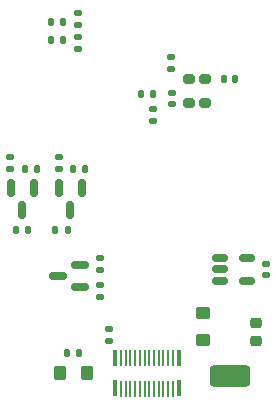
<source format=gbr>
%TF.GenerationSoftware,KiCad,Pcbnew,9.0.0*%
%TF.CreationDate,2025-11-27T12:56:11-07:00*%
%TF.ProjectId,OSS-Radio_2M70CM,4f53532d-5261-4646-996f-5f324d373043,rev?*%
%TF.SameCoordinates,Original*%
%TF.FileFunction,Paste,Bot*%
%TF.FilePolarity,Positive*%
%FSLAX46Y46*%
G04 Gerber Fmt 4.6, Leading zero omitted, Abs format (unit mm)*
G04 Created by KiCad (PCBNEW 9.0.0) date 2025-11-27 12:56:11*
%MOMM*%
%LPD*%
G01*
G04 APERTURE LIST*
G04 Aperture macros list*
%AMRoundRect*
0 Rectangle with rounded corners*
0 $1 Rounding radius*
0 $2 $3 $4 $5 $6 $7 $8 $9 X,Y pos of 4 corners*
0 Add a 4 corners polygon primitive as box body*
4,1,4,$2,$3,$4,$5,$6,$7,$8,$9,$2,$3,0*
0 Add four circle primitives for the rounded corners*
1,1,$1+$1,$2,$3*
1,1,$1+$1,$4,$5*
1,1,$1+$1,$6,$7*
1,1,$1+$1,$8,$9*
0 Add four rect primitives between the rounded corners*
20,1,$1+$1,$2,$3,$4,$5,0*
20,1,$1+$1,$4,$5,$6,$7,0*
20,1,$1+$1,$6,$7,$8,$9,0*
20,1,$1+$1,$8,$9,$2,$3,0*%
G04 Aperture macros list end*
%ADD10R,0.127000X1.320800*%
%ADD11R,0.355600X1.320800*%
%ADD12RoundRect,0.135000X0.185000X-0.135000X0.185000X0.135000X-0.185000X0.135000X-0.185000X-0.135000X0*%
%ADD13RoundRect,0.135000X0.135000X0.185000X-0.135000X0.185000X-0.135000X-0.185000X0.135000X-0.185000X0*%
%ADD14RoundRect,0.150000X-0.150000X0.587500X-0.150000X-0.587500X0.150000X-0.587500X0.150000X0.587500X0*%
%ADD15RoundRect,0.150000X-0.512500X-0.150000X0.512500X-0.150000X0.512500X0.150000X-0.512500X0.150000X0*%
%ADD16RoundRect,0.140000X-0.170000X0.140000X-0.170000X-0.140000X0.170000X-0.140000X0.170000X0.140000X0*%
%ADD17RoundRect,0.225000X0.250000X-0.225000X0.250000X0.225000X-0.250000X0.225000X-0.250000X-0.225000X0*%
%ADD18RoundRect,0.135000X-0.185000X0.135000X-0.185000X-0.135000X0.185000X-0.135000X0.185000X0.135000X0*%
%ADD19RoundRect,0.135000X-0.135000X-0.185000X0.135000X-0.185000X0.135000X0.185000X-0.135000X0.185000X0*%
%ADD20RoundRect,0.250000X0.350000X-0.275000X0.350000X0.275000X-0.350000X0.275000X-0.350000X-0.275000X0*%
%ADD21RoundRect,0.140000X0.170000X-0.140000X0.170000X0.140000X-0.170000X0.140000X-0.170000X-0.140000X0*%
%ADD22RoundRect,0.250000X-0.275000X-0.350000X0.275000X-0.350000X0.275000X0.350000X-0.275000X0.350000X0*%
%ADD23RoundRect,0.200000X-0.300000X-0.200000X0.300000X-0.200000X0.300000X0.200000X-0.300000X0.200000X0*%
%ADD24RoundRect,0.150000X0.587500X0.150000X-0.587500X0.150000X-0.587500X-0.150000X0.587500X-0.150000X0*%
%ADD25RoundRect,0.140000X-0.140000X-0.170000X0.140000X-0.170000X0.140000X0.170000X-0.140000X0.170000X0*%
%ADD26RoundRect,0.250000X-1.450000X-0.650000X1.450000X-0.650000X1.450000X0.650000X-1.450000X0.650000X0*%
G04 APERTURE END LIST*
D10*
%TO.C,J1*%
X152200001Y-115717300D03*
X152200001Y-118282700D03*
X151799999Y-115717300D03*
X151799999Y-118282700D03*
X151400000Y-115717300D03*
X151400000Y-118282700D03*
X151000001Y-115717300D03*
X151000001Y-118282700D03*
X150599999Y-115717300D03*
X150599999Y-118282700D03*
X150200000Y-115717300D03*
X150200000Y-118282700D03*
X149800000Y-115717300D03*
X149800000Y-118282700D03*
X149400001Y-115717300D03*
X149400001Y-118282700D03*
X148999999Y-115717300D03*
X148999999Y-118282700D03*
X148600000Y-115717300D03*
X148600000Y-118282700D03*
X148200001Y-115717300D03*
X148200001Y-118282700D03*
X147799999Y-115717300D03*
X147799999Y-118282700D03*
D11*
X147325000Y-118278890D03*
X152675000Y-118278890D03*
X147325000Y-115721110D03*
X152675000Y-115721110D03*
%TD*%
D12*
%TO.C,R22*%
X142520000Y-99697500D03*
X142520000Y-98677500D03*
%TD*%
D13*
%TO.C,R18*%
X142910000Y-88753300D03*
X141890000Y-88753300D03*
%TD*%
%TO.C,R10*%
X140700000Y-99687500D03*
X139680000Y-99687500D03*
%TD*%
D14*
%TO.C,Q1*%
X142570000Y-101275000D03*
X144470000Y-101275000D03*
X143520000Y-103150000D03*
%TD*%
D13*
%TO.C,R11*%
X144780000Y-99687500D03*
X143760000Y-99687500D03*
%TD*%
D15*
%TO.C,U6*%
X156225000Y-109150000D03*
X156225000Y-108200000D03*
X156225000Y-107250000D03*
X158500000Y-107250000D03*
X158500000Y-109150000D03*
%TD*%
D16*
%TO.C,C59*%
X152125000Y-93220000D03*
X152125000Y-94180000D03*
%TD*%
%TO.C,C20*%
X160112500Y-107720000D03*
X160112500Y-108680000D03*
%TD*%
D17*
%TO.C,C23*%
X159250000Y-114275000D03*
X159250000Y-112725000D03*
%TD*%
D18*
%TO.C,R23*%
X138440000Y-98677500D03*
X138440000Y-99697500D03*
%TD*%
D12*
%TO.C,R25*%
X152000000Y-91260000D03*
X152000000Y-90240000D03*
%TD*%
%TO.C,R27*%
X146000000Y-108260000D03*
X146000000Y-107240000D03*
%TD*%
D14*
%TO.C,Q2*%
X138500000Y-101275000D03*
X140400000Y-101275000D03*
X139450000Y-103150000D03*
%TD*%
D18*
%TO.C,R21*%
X144150000Y-86493300D03*
X144150000Y-87513300D03*
%TD*%
D19*
%TO.C,R26*%
X143240000Y-115250000D03*
X144260000Y-115250000D03*
%TD*%
%TO.C,R13*%
X149490000Y-93350000D03*
X150510000Y-93350000D03*
%TD*%
D20*
%TO.C,FB1*%
X154750000Y-114150000D03*
X154750000Y-111850000D03*
%TD*%
D13*
%TO.C,R9*%
X139950000Y-104900000D03*
X138930000Y-104900000D03*
%TD*%
D21*
%TO.C,C15*%
X146750000Y-114230000D03*
X146750000Y-113270000D03*
%TD*%
D18*
%TO.C,R14*%
X150500000Y-94590000D03*
X150500000Y-95610000D03*
%TD*%
D22*
%TO.C,FB2*%
X142600000Y-117000000D03*
X144900000Y-117000000D03*
%TD*%
D12*
%TO.C,R19*%
X144150000Y-89513300D03*
X144150000Y-88493300D03*
%TD*%
D23*
%TO.C,Y4*%
X153550000Y-94150000D03*
X153550000Y-92050000D03*
X154950000Y-92050000D03*
X154950000Y-94150000D03*
%TD*%
D24*
%TO.C,Q3*%
X144375000Y-107800000D03*
X144375000Y-109700000D03*
X142500000Y-108750000D03*
%TD*%
D13*
%TO.C,R20*%
X142910000Y-87253300D03*
X141890000Y-87253300D03*
%TD*%
D25*
%TO.C,C58*%
X156520000Y-92100000D03*
X157480000Y-92100000D03*
%TD*%
D19*
%TO.C,R8*%
X142260000Y-104900000D03*
X143280000Y-104900000D03*
%TD*%
D26*
%TO.C,TP24*%
X157000000Y-117250000D03*
%TD*%
D18*
%TO.C,R28*%
X146000000Y-109490000D03*
X146000000Y-110510000D03*
%TD*%
M02*

</source>
